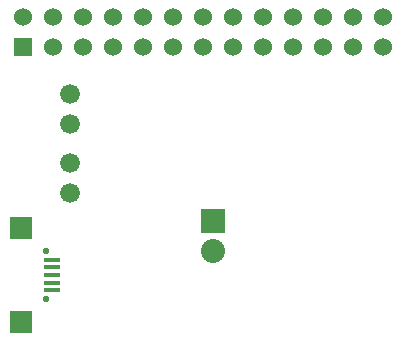
<source format=gbs>
G04 #@! TF.FileFunction,Soldermask,Bot*
%FSLAX46Y46*%
G04 Gerber Fmt 4.6, Leading zero omitted, Abs format (unit mm)*
G04 Created by KiCad (PCBNEW 4.0.1-stable) date 7/13/2016 10:57:54 AM*
%MOMM*%
G01*
G04 APERTURE LIST*
%ADD10C,0.150000*%
%ADD11R,1.524000X1.524000*%
%ADD12C,1.524000*%
%ADD13C,1.676400*%
%ADD14R,1.350000X0.400000*%
%ADD15C,0.550000*%
%ADD16R,1.900000X1.900000*%
%ADD17R,2.032000X2.032000*%
%ADD18O,2.032000X2.032000*%
G04 APERTURE END LIST*
D10*
D11*
X139905000Y-77445000D03*
D12*
X139905000Y-74905000D03*
X142445000Y-77445000D03*
X142445000Y-74905000D03*
X144985000Y-77445000D03*
X144985000Y-74905000D03*
X147525000Y-77445000D03*
X147525000Y-74905000D03*
X150065000Y-77445000D03*
X150065000Y-74905000D03*
X152605000Y-77445000D03*
X152605000Y-74905000D03*
X155145000Y-77445000D03*
X155145000Y-74905000D03*
X157685000Y-77445000D03*
X157685000Y-74905000D03*
X160225000Y-77445000D03*
X160225000Y-74905000D03*
X162765000Y-77445000D03*
X162765000Y-74905000D03*
X165305000Y-77445000D03*
X165305000Y-74905000D03*
X167845000Y-77445000D03*
X167845000Y-74905000D03*
X170385000Y-77445000D03*
X170385000Y-74905000D03*
D13*
X143842000Y-87224000D03*
X143842000Y-89764000D03*
X143880000Y-81380000D03*
X143880000Y-83920000D03*
D14*
X142330000Y-98040000D03*
X142330000Y-97390000D03*
X142330000Y-96740000D03*
X142330000Y-96090000D03*
X142330000Y-95440000D03*
D15*
X141805000Y-98740000D03*
X141805000Y-94740000D03*
D16*
X139705000Y-100690000D03*
X139705000Y-92790000D03*
D17*
X155956000Y-92202000D03*
D18*
X155956000Y-94742000D03*
M02*

</source>
